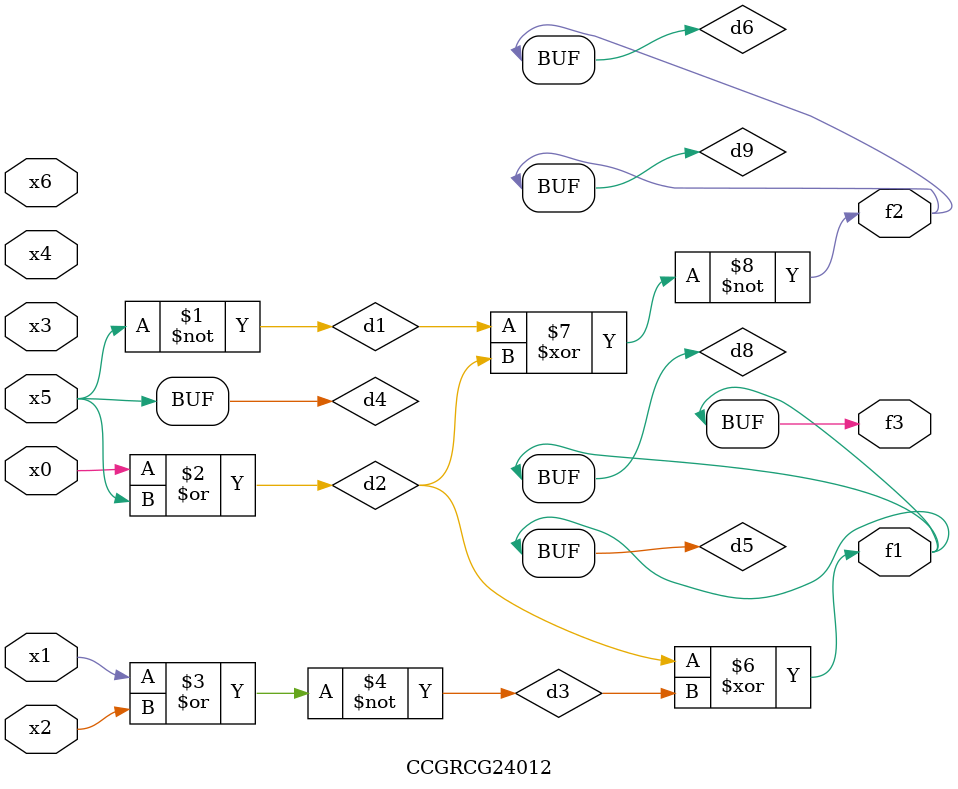
<source format=v>
module CCGRCG24012(
	input x0, x1, x2, x3, x4, x5, x6,
	output f1, f2, f3
);

	wire d1, d2, d3, d4, d5, d6, d7, d8, d9;

	nand (d1, x5);
	or (d2, x0, x5);
	nor (d3, x1, x2);
	xnor (d4, d1);
	xor (d5, d2, d3);
	xnor (d6, d1, d2);
	not (d7, x4);
	buf (d8, d5);
	xor (d9, d6);
	assign f1 = d8;
	assign f2 = d9;
	assign f3 = d8;
endmodule

</source>
